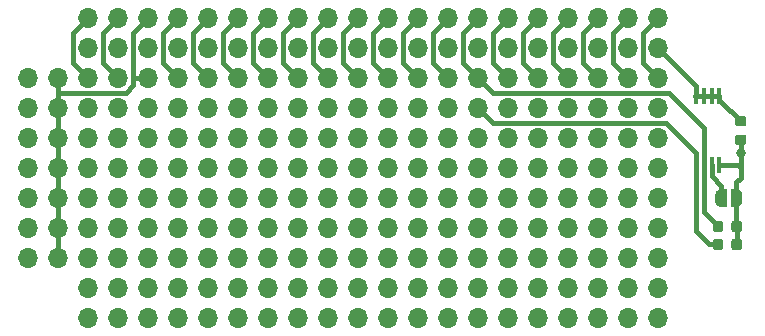
<source format=gtl>
G04 #@! TF.GenerationSoftware,KiCad,Pcbnew,5.0.2-bee76a0~70~ubuntu18.04.1*
G04 #@! TF.CreationDate,2019-03-02T20:55:38+01:00*
G04 #@! TF.ProjectId,rpi-zero-proto,7270692d-7a65-4726-9f2d-70726f746f2e,rev?*
G04 #@! TF.SameCoordinates,Original*
G04 #@! TF.FileFunction,Copper,L1,Top*
G04 #@! TF.FilePolarity,Positive*
%FSLAX46Y46*%
G04 Gerber Fmt 4.6, Leading zero omitted, Abs format (unit mm)*
G04 Created by KiCad (PCBNEW 5.0.2-bee76a0~70~ubuntu18.04.1) date sob, 2 mar 2019, 20:55:38*
%MOMM*%
%LPD*%
G01*
G04 APERTURE LIST*
G04 #@! TA.AperFunction,SMDPad,CuDef*
%ADD10R,0.450000X1.450000*%
G04 #@! TD*
G04 #@! TA.AperFunction,SMDPad,CuDef*
%ADD11C,0.500000*%
G04 #@! TD*
G04 #@! TA.AperFunction,Conductor*
%ADD12C,0.100000*%
G04 #@! TD*
G04 #@! TA.AperFunction,SMDPad,CuDef*
%ADD13C,0.875000*%
G04 #@! TD*
G04 #@! TA.AperFunction,ComponentPad*
%ADD14O,1.700000X1.700000*%
G04 #@! TD*
G04 #@! TA.AperFunction,ViaPad*
%ADD15C,0.800000*%
G04 #@! TD*
G04 #@! TA.AperFunction,Conductor*
%ADD16C,0.406400*%
G04 #@! TD*
G04 APERTURE END LIST*
D10*
G04 #@! TO.P,U1,1*
G04 #@! TO.N,GND-39*
X97876000Y-49755000D03*
G04 #@! TO.P,U1,2*
X97226000Y-49755000D03*
G04 #@! TO.P,U1,3*
X96576000Y-49755000D03*
G04 #@! TO.P,U1,4*
X95926000Y-49755000D03*
G04 #@! TO.P,U1,5*
G04 #@! TO.N,GPIO0*
X95926000Y-55655000D03*
G04 #@! TO.P,U1,6*
G04 #@! TO.N,GPIO1*
X96576000Y-55655000D03*
G04 #@! TO.P,U1,7*
G04 #@! TO.N,Net-(JP1-Pad1)*
X97226000Y-55655000D03*
G04 #@! TO.P,U1,8*
G04 #@! TO.N,3V3-17*
X97876000Y-55655000D03*
G04 #@! TD*
D11*
G04 #@! TO.P,JP1,1*
G04 #@! TO.N,Net-(JP1-Pad1)*
X98029000Y-58420000D03*
D12*
G04 #@! TD*
G04 #@! TO.N,Net-(JP1-Pad1)*
G04 #@! TO.C,JP1*
G36*
X98529000Y-59170000D02*
X98029000Y-59170000D01*
X98029000Y-59169398D01*
X98004466Y-59169398D01*
X97955635Y-59164588D01*
X97907510Y-59155016D01*
X97860555Y-59140772D01*
X97815222Y-59121995D01*
X97771949Y-59098864D01*
X97731150Y-59071604D01*
X97693221Y-59040476D01*
X97658524Y-59005779D01*
X97627396Y-58967850D01*
X97600136Y-58927051D01*
X97577005Y-58883778D01*
X97558228Y-58838445D01*
X97543984Y-58791490D01*
X97534412Y-58743365D01*
X97529602Y-58694534D01*
X97529602Y-58670000D01*
X97529000Y-58670000D01*
X97529000Y-58170000D01*
X97529602Y-58170000D01*
X97529602Y-58145466D01*
X97534412Y-58096635D01*
X97543984Y-58048510D01*
X97558228Y-58001555D01*
X97577005Y-57956222D01*
X97600136Y-57912949D01*
X97627396Y-57872150D01*
X97658524Y-57834221D01*
X97693221Y-57799524D01*
X97731150Y-57768396D01*
X97771949Y-57741136D01*
X97815222Y-57718005D01*
X97860555Y-57699228D01*
X97907510Y-57684984D01*
X97955635Y-57675412D01*
X98004466Y-57670602D01*
X98029000Y-57670602D01*
X98029000Y-57670000D01*
X98529000Y-57670000D01*
X98529000Y-59170000D01*
X98529000Y-59170000D01*
G37*
D11*
G04 #@! TO.P,JP1,2*
G04 #@! TO.N,3V3-17*
X99329000Y-58420000D03*
D12*
G04 #@! TD*
G04 #@! TO.N,3V3-17*
G04 #@! TO.C,JP1*
G36*
X99329000Y-57670602D02*
X99353534Y-57670602D01*
X99402365Y-57675412D01*
X99450490Y-57684984D01*
X99497445Y-57699228D01*
X99542778Y-57718005D01*
X99586051Y-57741136D01*
X99626850Y-57768396D01*
X99664779Y-57799524D01*
X99699476Y-57834221D01*
X99730604Y-57872150D01*
X99757864Y-57912949D01*
X99780995Y-57956222D01*
X99799772Y-58001555D01*
X99814016Y-58048510D01*
X99823588Y-58096635D01*
X99828398Y-58145466D01*
X99828398Y-58170000D01*
X99829000Y-58170000D01*
X99829000Y-58670000D01*
X99828398Y-58670000D01*
X99828398Y-58694534D01*
X99823588Y-58743365D01*
X99814016Y-58791490D01*
X99799772Y-58838445D01*
X99780995Y-58883778D01*
X99757864Y-58927051D01*
X99730604Y-58967850D01*
X99699476Y-59005779D01*
X99664779Y-59040476D01*
X99626850Y-59071604D01*
X99586051Y-59098864D01*
X99542778Y-59121995D01*
X99497445Y-59140772D01*
X99450490Y-59155016D01*
X99402365Y-59164588D01*
X99353534Y-59169398D01*
X99329000Y-59169398D01*
X99329000Y-59170000D01*
X98829000Y-59170000D01*
X98829000Y-57670000D01*
X99329000Y-57670000D01*
X99329000Y-57670602D01*
X99329000Y-57670602D01*
G37*
G04 #@! TO.N,3V3-17*
G04 #@! TO.C,C1*
G36*
X99972691Y-53056053D02*
X99993926Y-53059203D01*
X100014750Y-53064419D01*
X100034962Y-53071651D01*
X100054368Y-53080830D01*
X100072781Y-53091866D01*
X100090024Y-53104654D01*
X100105930Y-53119070D01*
X100120346Y-53134976D01*
X100133134Y-53152219D01*
X100144170Y-53170632D01*
X100153349Y-53190038D01*
X100160581Y-53210250D01*
X100165797Y-53231074D01*
X100168947Y-53252309D01*
X100170000Y-53273750D01*
X100170000Y-53711250D01*
X100168947Y-53732691D01*
X100165797Y-53753926D01*
X100160581Y-53774750D01*
X100153349Y-53794962D01*
X100144170Y-53814368D01*
X100133134Y-53832781D01*
X100120346Y-53850024D01*
X100105930Y-53865930D01*
X100090024Y-53880346D01*
X100072781Y-53893134D01*
X100054368Y-53904170D01*
X100034962Y-53913349D01*
X100014750Y-53920581D01*
X99993926Y-53925797D01*
X99972691Y-53928947D01*
X99951250Y-53930000D01*
X99438750Y-53930000D01*
X99417309Y-53928947D01*
X99396074Y-53925797D01*
X99375250Y-53920581D01*
X99355038Y-53913349D01*
X99335632Y-53904170D01*
X99317219Y-53893134D01*
X99299976Y-53880346D01*
X99284070Y-53865930D01*
X99269654Y-53850024D01*
X99256866Y-53832781D01*
X99245830Y-53814368D01*
X99236651Y-53794962D01*
X99229419Y-53774750D01*
X99224203Y-53753926D01*
X99221053Y-53732691D01*
X99220000Y-53711250D01*
X99220000Y-53273750D01*
X99221053Y-53252309D01*
X99224203Y-53231074D01*
X99229419Y-53210250D01*
X99236651Y-53190038D01*
X99245830Y-53170632D01*
X99256866Y-53152219D01*
X99269654Y-53134976D01*
X99284070Y-53119070D01*
X99299976Y-53104654D01*
X99317219Y-53091866D01*
X99335632Y-53080830D01*
X99355038Y-53071651D01*
X99375250Y-53064419D01*
X99396074Y-53059203D01*
X99417309Y-53056053D01*
X99438750Y-53055000D01*
X99951250Y-53055000D01*
X99972691Y-53056053D01*
X99972691Y-53056053D01*
G37*
D13*
G04 #@! TD*
G04 #@! TO.P,C1,1*
G04 #@! TO.N,3V3-17*
X99695000Y-53492500D03*
D12*
G04 #@! TO.N,GND-39*
G04 #@! TO.C,C1*
G36*
X99972691Y-51481053D02*
X99993926Y-51484203D01*
X100014750Y-51489419D01*
X100034962Y-51496651D01*
X100054368Y-51505830D01*
X100072781Y-51516866D01*
X100090024Y-51529654D01*
X100105930Y-51544070D01*
X100120346Y-51559976D01*
X100133134Y-51577219D01*
X100144170Y-51595632D01*
X100153349Y-51615038D01*
X100160581Y-51635250D01*
X100165797Y-51656074D01*
X100168947Y-51677309D01*
X100170000Y-51698750D01*
X100170000Y-52136250D01*
X100168947Y-52157691D01*
X100165797Y-52178926D01*
X100160581Y-52199750D01*
X100153349Y-52219962D01*
X100144170Y-52239368D01*
X100133134Y-52257781D01*
X100120346Y-52275024D01*
X100105930Y-52290930D01*
X100090024Y-52305346D01*
X100072781Y-52318134D01*
X100054368Y-52329170D01*
X100034962Y-52338349D01*
X100014750Y-52345581D01*
X99993926Y-52350797D01*
X99972691Y-52353947D01*
X99951250Y-52355000D01*
X99438750Y-52355000D01*
X99417309Y-52353947D01*
X99396074Y-52350797D01*
X99375250Y-52345581D01*
X99355038Y-52338349D01*
X99335632Y-52329170D01*
X99317219Y-52318134D01*
X99299976Y-52305346D01*
X99284070Y-52290930D01*
X99269654Y-52275024D01*
X99256866Y-52257781D01*
X99245830Y-52239368D01*
X99236651Y-52219962D01*
X99229419Y-52199750D01*
X99224203Y-52178926D01*
X99221053Y-52157691D01*
X99220000Y-52136250D01*
X99220000Y-51698750D01*
X99221053Y-51677309D01*
X99224203Y-51656074D01*
X99229419Y-51635250D01*
X99236651Y-51615038D01*
X99245830Y-51595632D01*
X99256866Y-51577219D01*
X99269654Y-51559976D01*
X99284070Y-51544070D01*
X99299976Y-51529654D01*
X99317219Y-51516866D01*
X99335632Y-51505830D01*
X99355038Y-51496651D01*
X99375250Y-51489419D01*
X99396074Y-51484203D01*
X99417309Y-51481053D01*
X99438750Y-51480000D01*
X99951250Y-51480000D01*
X99972691Y-51481053D01*
X99972691Y-51481053D01*
G37*
D13*
G04 #@! TD*
G04 #@! TO.P,C1,2*
G04 #@! TO.N,GND-39*
X99695000Y-51917500D03*
D12*
G04 #@! TO.N,3V3-17*
G04 #@! TO.C,R1*
G36*
X99579691Y-61883053D02*
X99600926Y-61886203D01*
X99621750Y-61891419D01*
X99641962Y-61898651D01*
X99661368Y-61907830D01*
X99679781Y-61918866D01*
X99697024Y-61931654D01*
X99712930Y-61946070D01*
X99727346Y-61961976D01*
X99740134Y-61979219D01*
X99751170Y-61997632D01*
X99760349Y-62017038D01*
X99767581Y-62037250D01*
X99772797Y-62058074D01*
X99775947Y-62079309D01*
X99777000Y-62100750D01*
X99777000Y-62613250D01*
X99775947Y-62634691D01*
X99772797Y-62655926D01*
X99767581Y-62676750D01*
X99760349Y-62696962D01*
X99751170Y-62716368D01*
X99740134Y-62734781D01*
X99727346Y-62752024D01*
X99712930Y-62767930D01*
X99697024Y-62782346D01*
X99679781Y-62795134D01*
X99661368Y-62806170D01*
X99641962Y-62815349D01*
X99621750Y-62822581D01*
X99600926Y-62827797D01*
X99579691Y-62830947D01*
X99558250Y-62832000D01*
X99120750Y-62832000D01*
X99099309Y-62830947D01*
X99078074Y-62827797D01*
X99057250Y-62822581D01*
X99037038Y-62815349D01*
X99017632Y-62806170D01*
X98999219Y-62795134D01*
X98981976Y-62782346D01*
X98966070Y-62767930D01*
X98951654Y-62752024D01*
X98938866Y-62734781D01*
X98927830Y-62716368D01*
X98918651Y-62696962D01*
X98911419Y-62676750D01*
X98906203Y-62655926D01*
X98903053Y-62634691D01*
X98902000Y-62613250D01*
X98902000Y-62100750D01*
X98903053Y-62079309D01*
X98906203Y-62058074D01*
X98911419Y-62037250D01*
X98918651Y-62017038D01*
X98927830Y-61997632D01*
X98938866Y-61979219D01*
X98951654Y-61961976D01*
X98966070Y-61946070D01*
X98981976Y-61931654D01*
X98999219Y-61918866D01*
X99017632Y-61907830D01*
X99037038Y-61898651D01*
X99057250Y-61891419D01*
X99078074Y-61886203D01*
X99099309Y-61883053D01*
X99120750Y-61882000D01*
X99558250Y-61882000D01*
X99579691Y-61883053D01*
X99579691Y-61883053D01*
G37*
D13*
G04 #@! TD*
G04 #@! TO.P,R1,1*
G04 #@! TO.N,3V3-17*
X99339500Y-62357000D03*
D12*
G04 #@! TO.N,GPIO0*
G04 #@! TO.C,R1*
G36*
X98004691Y-61883053D02*
X98025926Y-61886203D01*
X98046750Y-61891419D01*
X98066962Y-61898651D01*
X98086368Y-61907830D01*
X98104781Y-61918866D01*
X98122024Y-61931654D01*
X98137930Y-61946070D01*
X98152346Y-61961976D01*
X98165134Y-61979219D01*
X98176170Y-61997632D01*
X98185349Y-62017038D01*
X98192581Y-62037250D01*
X98197797Y-62058074D01*
X98200947Y-62079309D01*
X98202000Y-62100750D01*
X98202000Y-62613250D01*
X98200947Y-62634691D01*
X98197797Y-62655926D01*
X98192581Y-62676750D01*
X98185349Y-62696962D01*
X98176170Y-62716368D01*
X98165134Y-62734781D01*
X98152346Y-62752024D01*
X98137930Y-62767930D01*
X98122024Y-62782346D01*
X98104781Y-62795134D01*
X98086368Y-62806170D01*
X98066962Y-62815349D01*
X98046750Y-62822581D01*
X98025926Y-62827797D01*
X98004691Y-62830947D01*
X97983250Y-62832000D01*
X97545750Y-62832000D01*
X97524309Y-62830947D01*
X97503074Y-62827797D01*
X97482250Y-62822581D01*
X97462038Y-62815349D01*
X97442632Y-62806170D01*
X97424219Y-62795134D01*
X97406976Y-62782346D01*
X97391070Y-62767930D01*
X97376654Y-62752024D01*
X97363866Y-62734781D01*
X97352830Y-62716368D01*
X97343651Y-62696962D01*
X97336419Y-62676750D01*
X97331203Y-62655926D01*
X97328053Y-62634691D01*
X97327000Y-62613250D01*
X97327000Y-62100750D01*
X97328053Y-62079309D01*
X97331203Y-62058074D01*
X97336419Y-62037250D01*
X97343651Y-62017038D01*
X97352830Y-61997632D01*
X97363866Y-61979219D01*
X97376654Y-61961976D01*
X97391070Y-61946070D01*
X97406976Y-61931654D01*
X97424219Y-61918866D01*
X97442632Y-61907830D01*
X97462038Y-61898651D01*
X97482250Y-61891419D01*
X97503074Y-61886203D01*
X97524309Y-61883053D01*
X97545750Y-61882000D01*
X97983250Y-61882000D01*
X98004691Y-61883053D01*
X98004691Y-61883053D01*
G37*
D13*
G04 #@! TD*
G04 #@! TO.P,R1,2*
G04 #@! TO.N,GPIO0*
X97764500Y-62357000D03*
D12*
G04 #@! TO.N,GPIO1*
G04 #@! TO.C,R2*
G36*
X98004691Y-60359053D02*
X98025926Y-60362203D01*
X98046750Y-60367419D01*
X98066962Y-60374651D01*
X98086368Y-60383830D01*
X98104781Y-60394866D01*
X98122024Y-60407654D01*
X98137930Y-60422070D01*
X98152346Y-60437976D01*
X98165134Y-60455219D01*
X98176170Y-60473632D01*
X98185349Y-60493038D01*
X98192581Y-60513250D01*
X98197797Y-60534074D01*
X98200947Y-60555309D01*
X98202000Y-60576750D01*
X98202000Y-61089250D01*
X98200947Y-61110691D01*
X98197797Y-61131926D01*
X98192581Y-61152750D01*
X98185349Y-61172962D01*
X98176170Y-61192368D01*
X98165134Y-61210781D01*
X98152346Y-61228024D01*
X98137930Y-61243930D01*
X98122024Y-61258346D01*
X98104781Y-61271134D01*
X98086368Y-61282170D01*
X98066962Y-61291349D01*
X98046750Y-61298581D01*
X98025926Y-61303797D01*
X98004691Y-61306947D01*
X97983250Y-61308000D01*
X97545750Y-61308000D01*
X97524309Y-61306947D01*
X97503074Y-61303797D01*
X97482250Y-61298581D01*
X97462038Y-61291349D01*
X97442632Y-61282170D01*
X97424219Y-61271134D01*
X97406976Y-61258346D01*
X97391070Y-61243930D01*
X97376654Y-61228024D01*
X97363866Y-61210781D01*
X97352830Y-61192368D01*
X97343651Y-61172962D01*
X97336419Y-61152750D01*
X97331203Y-61131926D01*
X97328053Y-61110691D01*
X97327000Y-61089250D01*
X97327000Y-60576750D01*
X97328053Y-60555309D01*
X97331203Y-60534074D01*
X97336419Y-60513250D01*
X97343651Y-60493038D01*
X97352830Y-60473632D01*
X97363866Y-60455219D01*
X97376654Y-60437976D01*
X97391070Y-60422070D01*
X97406976Y-60407654D01*
X97424219Y-60394866D01*
X97442632Y-60383830D01*
X97462038Y-60374651D01*
X97482250Y-60367419D01*
X97503074Y-60362203D01*
X97524309Y-60359053D01*
X97545750Y-60358000D01*
X97983250Y-60358000D01*
X98004691Y-60359053D01*
X98004691Y-60359053D01*
G37*
D13*
G04 #@! TD*
G04 #@! TO.P,R2,2*
G04 #@! TO.N,GPIO1*
X97764500Y-60833000D03*
D12*
G04 #@! TO.N,3V3-17*
G04 #@! TO.C,R2*
G36*
X99579691Y-60359053D02*
X99600926Y-60362203D01*
X99621750Y-60367419D01*
X99641962Y-60374651D01*
X99661368Y-60383830D01*
X99679781Y-60394866D01*
X99697024Y-60407654D01*
X99712930Y-60422070D01*
X99727346Y-60437976D01*
X99740134Y-60455219D01*
X99751170Y-60473632D01*
X99760349Y-60493038D01*
X99767581Y-60513250D01*
X99772797Y-60534074D01*
X99775947Y-60555309D01*
X99777000Y-60576750D01*
X99777000Y-61089250D01*
X99775947Y-61110691D01*
X99772797Y-61131926D01*
X99767581Y-61152750D01*
X99760349Y-61172962D01*
X99751170Y-61192368D01*
X99740134Y-61210781D01*
X99727346Y-61228024D01*
X99712930Y-61243930D01*
X99697024Y-61258346D01*
X99679781Y-61271134D01*
X99661368Y-61282170D01*
X99641962Y-61291349D01*
X99621750Y-61298581D01*
X99600926Y-61303797D01*
X99579691Y-61306947D01*
X99558250Y-61308000D01*
X99120750Y-61308000D01*
X99099309Y-61306947D01*
X99078074Y-61303797D01*
X99057250Y-61298581D01*
X99037038Y-61291349D01*
X99017632Y-61282170D01*
X98999219Y-61271134D01*
X98981976Y-61258346D01*
X98966070Y-61243930D01*
X98951654Y-61228024D01*
X98938866Y-61210781D01*
X98927830Y-61192368D01*
X98918651Y-61172962D01*
X98911419Y-61152750D01*
X98906203Y-61131926D01*
X98903053Y-61110691D01*
X98902000Y-61089250D01*
X98902000Y-60576750D01*
X98903053Y-60555309D01*
X98906203Y-60534074D01*
X98911419Y-60513250D01*
X98918651Y-60493038D01*
X98927830Y-60473632D01*
X98938866Y-60455219D01*
X98951654Y-60437976D01*
X98966070Y-60422070D01*
X98981976Y-60407654D01*
X98999219Y-60394866D01*
X99017632Y-60383830D01*
X99037038Y-60374651D01*
X99057250Y-60367419D01*
X99078074Y-60362203D01*
X99099309Y-60359053D01*
X99120750Y-60358000D01*
X99558250Y-60358000D01*
X99579691Y-60359053D01*
X99579691Y-60359053D01*
G37*
D13*
G04 #@! TD*
G04 #@! TO.P,R2,1*
G04 #@! TO.N,3V3-17*
X99339500Y-60833000D03*
D14*
G04 #@! TO.P,J3,40*
G04 #@! TO.N,Net-(J3-Pad40)*
X92710000Y-53340000D03*
G04 #@! TO.P,J3,39*
G04 #@! TO.N,Net-(J3-Pad39)*
X92710000Y-55880000D03*
G04 #@! TO.P,J3,38*
G04 #@! TO.N,Net-(J3-Pad38)*
X90170000Y-53340000D03*
G04 #@! TO.P,J3,37*
G04 #@! TO.N,Net-(J3-Pad37)*
X90170000Y-55880000D03*
G04 #@! TO.P,J3,36*
G04 #@! TO.N,Net-(J3-Pad36)*
X87630000Y-53340000D03*
G04 #@! TO.P,J3,35*
G04 #@! TO.N,Net-(J3-Pad35)*
X87630000Y-55880000D03*
G04 #@! TO.P,J3,34*
G04 #@! TO.N,Net-(J3-Pad34)*
X85090000Y-53340000D03*
G04 #@! TO.P,J3,33*
G04 #@! TO.N,Net-(J3-Pad33)*
X85090000Y-55880000D03*
G04 #@! TO.P,J3,32*
G04 #@! TO.N,Net-(J3-Pad32)*
X82550000Y-53340000D03*
G04 #@! TO.P,J3,31*
G04 #@! TO.N,Net-(J3-Pad31)*
X82550000Y-55880000D03*
G04 #@! TO.P,J3,30*
G04 #@! TO.N,Net-(J3-Pad30)*
X80010000Y-53340000D03*
G04 #@! TO.P,J3,29*
G04 #@! TO.N,Net-(J3-Pad29)*
X80010000Y-55880000D03*
G04 #@! TO.P,J3,28*
G04 #@! TO.N,Net-(J3-Pad28)*
X77470000Y-53340000D03*
G04 #@! TO.P,J3,27*
G04 #@! TO.N,Net-(J3-Pad27)*
X77470000Y-55880000D03*
G04 #@! TO.P,J3,26*
G04 #@! TO.N,Net-(J3-Pad26)*
X74930000Y-53340000D03*
G04 #@! TO.P,J3,25*
G04 #@! TO.N,Net-(J3-Pad25)*
X74930000Y-55880000D03*
G04 #@! TO.P,J3,24*
G04 #@! TO.N,Net-(J3-Pad24)*
X72390000Y-53340000D03*
G04 #@! TO.P,J3,23*
G04 #@! TO.N,Net-(J3-Pad23)*
X72390000Y-55880000D03*
G04 #@! TO.P,J3,22*
G04 #@! TO.N,Net-(J3-Pad22)*
X69850000Y-53340000D03*
G04 #@! TO.P,J3,21*
G04 #@! TO.N,Net-(J3-Pad21)*
X69850000Y-55880000D03*
G04 #@! TO.P,J3,20*
G04 #@! TO.N,Net-(J3-Pad20)*
X67310000Y-53340000D03*
G04 #@! TO.P,J3,19*
G04 #@! TO.N,Net-(J3-Pad19)*
X67310000Y-55880000D03*
G04 #@! TO.P,J3,18*
G04 #@! TO.N,Net-(J3-Pad18)*
X64770000Y-53340000D03*
G04 #@! TO.P,J3,17*
G04 #@! TO.N,Net-(J3-Pad17)*
X64770000Y-55880000D03*
G04 #@! TO.P,J3,16*
G04 #@! TO.N,Net-(J3-Pad16)*
X62230000Y-53340000D03*
G04 #@! TO.P,J3,15*
G04 #@! TO.N,Net-(J3-Pad15)*
X62230000Y-55880000D03*
G04 #@! TO.P,J3,14*
G04 #@! TO.N,Net-(J3-Pad14)*
X59690000Y-53340000D03*
G04 #@! TO.P,J3,13*
G04 #@! TO.N,Net-(J3-Pad13)*
X59690000Y-55880000D03*
G04 #@! TO.P,J3,12*
G04 #@! TO.N,Net-(J3-Pad12)*
X57150000Y-53340000D03*
G04 #@! TO.P,J3,11*
G04 #@! TO.N,Net-(J3-Pad11)*
X57150000Y-55880000D03*
G04 #@! TO.P,J3,10*
G04 #@! TO.N,Net-(J3-Pad10)*
X54610000Y-53340000D03*
G04 #@! TO.P,J3,9*
G04 #@! TO.N,Net-(J3-Pad9)*
X54610000Y-55880000D03*
G04 #@! TO.P,J3,8*
G04 #@! TO.N,Net-(J3-Pad8)*
X52070000Y-53340000D03*
G04 #@! TO.P,J3,7*
G04 #@! TO.N,Net-(J3-Pad7)*
X52070000Y-55880000D03*
G04 #@! TO.P,J3,6*
G04 #@! TO.N,Net-(J3-Pad6)*
X49530000Y-53340000D03*
G04 #@! TO.P,J3,5*
G04 #@! TO.N,Net-(J3-Pad5)*
X49530000Y-55880000D03*
G04 #@! TO.P,J3,4*
G04 #@! TO.N,Net-(J3-Pad4)*
X46990000Y-53340000D03*
G04 #@! TO.P,J3,3*
G04 #@! TO.N,Net-(J3-Pad3)*
X46990000Y-55880000D03*
G04 #@! TO.P,J3,2*
G04 #@! TO.N,Net-(J3-Pad2)*
X44450000Y-53340000D03*
G04 #@! TO.P,J3,1*
G04 #@! TO.N,Net-(J3-Pad1)*
X44450000Y-55880000D03*
G04 #@! TD*
G04 #@! TO.P,J4,1*
G04 #@! TO.N,Net-(J4-Pad1)*
X44450000Y-60960000D03*
G04 #@! TO.P,J4,2*
G04 #@! TO.N,Net-(J4-Pad2)*
X44450000Y-58420000D03*
G04 #@! TO.P,J4,3*
G04 #@! TO.N,Net-(J4-Pad3)*
X46990000Y-60960000D03*
G04 #@! TO.P,J4,4*
G04 #@! TO.N,Net-(J4-Pad4)*
X46990000Y-58420000D03*
G04 #@! TO.P,J4,5*
G04 #@! TO.N,Net-(J4-Pad5)*
X49530000Y-60960000D03*
G04 #@! TO.P,J4,6*
G04 #@! TO.N,Net-(J4-Pad6)*
X49530000Y-58420000D03*
G04 #@! TO.P,J4,7*
G04 #@! TO.N,Net-(J4-Pad7)*
X52070000Y-60960000D03*
G04 #@! TO.P,J4,8*
G04 #@! TO.N,Net-(J4-Pad8)*
X52070000Y-58420000D03*
G04 #@! TO.P,J4,9*
G04 #@! TO.N,Net-(J4-Pad9)*
X54610000Y-60960000D03*
G04 #@! TO.P,J4,10*
G04 #@! TO.N,Net-(J4-Pad10)*
X54610000Y-58420000D03*
G04 #@! TO.P,J4,11*
G04 #@! TO.N,Net-(J4-Pad11)*
X57150000Y-60960000D03*
G04 #@! TO.P,J4,12*
G04 #@! TO.N,Net-(J4-Pad12)*
X57150000Y-58420000D03*
G04 #@! TO.P,J4,13*
G04 #@! TO.N,Net-(J4-Pad13)*
X59690000Y-60960000D03*
G04 #@! TO.P,J4,14*
G04 #@! TO.N,Net-(J4-Pad14)*
X59690000Y-58420000D03*
G04 #@! TO.P,J4,15*
G04 #@! TO.N,Net-(J4-Pad15)*
X62230000Y-60960000D03*
G04 #@! TO.P,J4,16*
G04 #@! TO.N,Net-(J4-Pad16)*
X62230000Y-58420000D03*
G04 #@! TO.P,J4,17*
G04 #@! TO.N,Net-(J4-Pad17)*
X64770000Y-60960000D03*
G04 #@! TO.P,J4,18*
G04 #@! TO.N,Net-(J4-Pad18)*
X64770000Y-58420000D03*
G04 #@! TO.P,J4,19*
G04 #@! TO.N,Net-(J4-Pad19)*
X67310000Y-60960000D03*
G04 #@! TO.P,J4,20*
G04 #@! TO.N,Net-(J4-Pad20)*
X67310000Y-58420000D03*
G04 #@! TO.P,J4,21*
G04 #@! TO.N,Net-(J4-Pad21)*
X69850000Y-60960000D03*
G04 #@! TO.P,J4,22*
G04 #@! TO.N,Net-(J4-Pad22)*
X69850000Y-58420000D03*
G04 #@! TO.P,J4,23*
G04 #@! TO.N,Net-(J4-Pad23)*
X72390000Y-60960000D03*
G04 #@! TO.P,J4,24*
G04 #@! TO.N,Net-(J4-Pad24)*
X72390000Y-58420000D03*
G04 #@! TO.P,J4,25*
G04 #@! TO.N,Net-(J4-Pad25)*
X74930000Y-60960000D03*
G04 #@! TO.P,J4,26*
G04 #@! TO.N,Net-(J4-Pad26)*
X74930000Y-58420000D03*
G04 #@! TO.P,J4,27*
G04 #@! TO.N,Net-(J4-Pad27)*
X77470000Y-60960000D03*
G04 #@! TO.P,J4,28*
G04 #@! TO.N,Net-(J4-Pad28)*
X77470000Y-58420000D03*
G04 #@! TO.P,J4,29*
G04 #@! TO.N,Net-(J4-Pad29)*
X80010000Y-60960000D03*
G04 #@! TO.P,J4,30*
G04 #@! TO.N,Net-(J4-Pad30)*
X80010000Y-58420000D03*
G04 #@! TO.P,J4,31*
G04 #@! TO.N,Net-(J4-Pad31)*
X82550000Y-60960000D03*
G04 #@! TO.P,J4,32*
G04 #@! TO.N,Net-(J4-Pad32)*
X82550000Y-58420000D03*
G04 #@! TO.P,J4,33*
G04 #@! TO.N,Net-(J4-Pad33)*
X85090000Y-60960000D03*
G04 #@! TO.P,J4,34*
G04 #@! TO.N,Net-(J4-Pad34)*
X85090000Y-58420000D03*
G04 #@! TO.P,J4,35*
G04 #@! TO.N,Net-(J4-Pad35)*
X87630000Y-60960000D03*
G04 #@! TO.P,J4,36*
G04 #@! TO.N,Net-(J4-Pad36)*
X87630000Y-58420000D03*
G04 #@! TO.P,J4,37*
G04 #@! TO.N,Net-(J4-Pad37)*
X90170000Y-60960000D03*
G04 #@! TO.P,J4,38*
G04 #@! TO.N,Net-(J4-Pad38)*
X90170000Y-58420000D03*
G04 #@! TO.P,J4,39*
G04 #@! TO.N,Net-(J4-Pad39)*
X92710000Y-60960000D03*
G04 #@! TO.P,J4,40*
G04 #@! TO.N,Net-(J4-Pad40)*
X92710000Y-58420000D03*
G04 #@! TD*
G04 #@! TO.P,J5,40*
G04 #@! TO.N,Net-(J5-Pad40)*
X92710000Y-63500000D03*
G04 #@! TO.P,J5,39*
G04 #@! TO.N,Net-(J5-Pad39)*
X92710000Y-66040000D03*
G04 #@! TO.P,J5,38*
G04 #@! TO.N,Net-(J5-Pad38)*
X90170000Y-63500000D03*
G04 #@! TO.P,J5,37*
G04 #@! TO.N,Net-(J5-Pad37)*
X90170000Y-66040000D03*
G04 #@! TO.P,J5,36*
G04 #@! TO.N,Net-(J5-Pad36)*
X87630000Y-63500000D03*
G04 #@! TO.P,J5,35*
G04 #@! TO.N,Net-(J5-Pad35)*
X87630000Y-66040000D03*
G04 #@! TO.P,J5,34*
G04 #@! TO.N,Net-(J5-Pad34)*
X85090000Y-63500000D03*
G04 #@! TO.P,J5,33*
G04 #@! TO.N,Net-(J5-Pad33)*
X85090000Y-66040000D03*
G04 #@! TO.P,J5,32*
G04 #@! TO.N,Net-(J5-Pad32)*
X82550000Y-63500000D03*
G04 #@! TO.P,J5,31*
G04 #@! TO.N,Net-(J5-Pad31)*
X82550000Y-66040000D03*
G04 #@! TO.P,J5,30*
G04 #@! TO.N,Net-(J5-Pad30)*
X80010000Y-63500000D03*
G04 #@! TO.P,J5,29*
G04 #@! TO.N,Net-(J5-Pad29)*
X80010000Y-66040000D03*
G04 #@! TO.P,J5,28*
G04 #@! TO.N,Net-(J5-Pad28)*
X77470000Y-63500000D03*
G04 #@! TO.P,J5,27*
G04 #@! TO.N,Net-(J5-Pad27)*
X77470000Y-66040000D03*
G04 #@! TO.P,J5,26*
G04 #@! TO.N,Net-(J5-Pad26)*
X74930000Y-63500000D03*
G04 #@! TO.P,J5,25*
G04 #@! TO.N,Net-(J5-Pad25)*
X74930000Y-66040000D03*
G04 #@! TO.P,J5,24*
G04 #@! TO.N,Net-(J5-Pad24)*
X72390000Y-63500000D03*
G04 #@! TO.P,J5,23*
G04 #@! TO.N,Net-(J5-Pad23)*
X72390000Y-66040000D03*
G04 #@! TO.P,J5,22*
G04 #@! TO.N,Net-(J5-Pad22)*
X69850000Y-63500000D03*
G04 #@! TO.P,J5,21*
G04 #@! TO.N,Net-(J5-Pad21)*
X69850000Y-66040000D03*
G04 #@! TO.P,J5,20*
G04 #@! TO.N,Net-(J5-Pad20)*
X67310000Y-63500000D03*
G04 #@! TO.P,J5,19*
G04 #@! TO.N,Net-(J5-Pad19)*
X67310000Y-66040000D03*
G04 #@! TO.P,J5,18*
G04 #@! TO.N,Net-(J5-Pad18)*
X64770000Y-63500000D03*
G04 #@! TO.P,J5,17*
G04 #@! TO.N,Net-(J5-Pad17)*
X64770000Y-66040000D03*
G04 #@! TO.P,J5,16*
G04 #@! TO.N,Net-(J5-Pad16)*
X62230000Y-63500000D03*
G04 #@! TO.P,J5,15*
G04 #@! TO.N,Net-(J5-Pad15)*
X62230000Y-66040000D03*
G04 #@! TO.P,J5,14*
G04 #@! TO.N,Net-(J5-Pad14)*
X59690000Y-63500000D03*
G04 #@! TO.P,J5,13*
G04 #@! TO.N,Net-(J5-Pad13)*
X59690000Y-66040000D03*
G04 #@! TO.P,J5,12*
G04 #@! TO.N,Net-(J5-Pad12)*
X57150000Y-63500000D03*
G04 #@! TO.P,J5,11*
G04 #@! TO.N,Net-(J5-Pad11)*
X57150000Y-66040000D03*
G04 #@! TO.P,J5,10*
G04 #@! TO.N,Net-(J5-Pad10)*
X54610000Y-63500000D03*
G04 #@! TO.P,J5,9*
G04 #@! TO.N,Net-(J5-Pad9)*
X54610000Y-66040000D03*
G04 #@! TO.P,J5,8*
G04 #@! TO.N,Net-(J5-Pad8)*
X52070000Y-63500000D03*
G04 #@! TO.P,J5,7*
G04 #@! TO.N,Net-(J5-Pad7)*
X52070000Y-66040000D03*
G04 #@! TO.P,J5,6*
G04 #@! TO.N,Net-(J5-Pad6)*
X49530000Y-63500000D03*
G04 #@! TO.P,J5,5*
G04 #@! TO.N,Net-(J5-Pad5)*
X49530000Y-66040000D03*
G04 #@! TO.P,J5,4*
G04 #@! TO.N,Net-(J5-Pad4)*
X46990000Y-63500000D03*
G04 #@! TO.P,J5,3*
G04 #@! TO.N,Net-(J5-Pad3)*
X46990000Y-66040000D03*
G04 #@! TO.P,J5,2*
G04 #@! TO.N,Net-(J5-Pad2)*
X44450000Y-63500000D03*
G04 #@! TO.P,J5,1*
G04 #@! TO.N,Net-(J5-Pad1)*
X44450000Y-66040000D03*
G04 #@! TD*
G04 #@! TO.P,J6,20*
G04 #@! TO.N,Net-(J6-Pad20)*
X92710000Y-68580000D03*
G04 #@! TO.P,J6,19*
G04 #@! TO.N,Net-(J6-Pad19)*
X90170000Y-68580000D03*
G04 #@! TO.P,J6,18*
G04 #@! TO.N,Net-(J6-Pad18)*
X87630000Y-68580000D03*
G04 #@! TO.P,J6,17*
G04 #@! TO.N,Net-(J6-Pad17)*
X85090000Y-68580000D03*
G04 #@! TO.P,J6,16*
G04 #@! TO.N,Net-(J6-Pad16)*
X82550000Y-68580000D03*
G04 #@! TO.P,J6,15*
G04 #@! TO.N,Net-(J6-Pad15)*
X80010000Y-68580000D03*
G04 #@! TO.P,J6,14*
G04 #@! TO.N,Net-(J6-Pad14)*
X77470000Y-68580000D03*
G04 #@! TO.P,J6,13*
G04 #@! TO.N,Net-(J6-Pad13)*
X74930000Y-68580000D03*
G04 #@! TO.P,J6,12*
G04 #@! TO.N,Net-(J6-Pad12)*
X72390000Y-68580000D03*
G04 #@! TO.P,J6,11*
G04 #@! TO.N,Net-(J6-Pad11)*
X69850000Y-68580000D03*
G04 #@! TO.P,J6,10*
G04 #@! TO.N,Net-(J6-Pad10)*
X67310000Y-68580000D03*
G04 #@! TO.P,J6,9*
G04 #@! TO.N,Net-(J6-Pad9)*
X64770000Y-68580000D03*
G04 #@! TO.P,J6,8*
G04 #@! TO.N,Net-(J6-Pad8)*
X62230000Y-68580000D03*
G04 #@! TO.P,J6,7*
G04 #@! TO.N,Net-(J6-Pad7)*
X59690000Y-68580000D03*
G04 #@! TO.P,J6,6*
G04 #@! TO.N,Net-(J6-Pad6)*
X57150000Y-68580000D03*
G04 #@! TO.P,J6,5*
G04 #@! TO.N,Net-(J6-Pad5)*
X54610000Y-68580000D03*
G04 #@! TO.P,J6,4*
G04 #@! TO.N,Net-(J6-Pad4)*
X52070000Y-68580000D03*
G04 #@! TO.P,J6,3*
G04 #@! TO.N,Net-(J6-Pad3)*
X49530000Y-68580000D03*
G04 #@! TO.P,J6,2*
G04 #@! TO.N,Net-(J6-Pad2)*
X46990000Y-68580000D03*
G04 #@! TO.P,J6,1*
G04 #@! TO.N,Net-(J6-Pad1)*
X44450000Y-68580000D03*
G04 #@! TD*
G04 #@! TO.P,J7,1*
G04 #@! TO.N,3V3-1*
X39370000Y-48260000D03*
G04 #@! TO.P,J7,2*
X39370000Y-50800000D03*
G04 #@! TO.P,J7,3*
X39370000Y-53340000D03*
G04 #@! TO.P,J7,4*
X39370000Y-55880000D03*
G04 #@! TO.P,J7,5*
X39370000Y-58420000D03*
G04 #@! TO.P,J7,6*
X39370000Y-60960000D03*
G04 #@! TO.P,J7,7*
X39370000Y-63500000D03*
G04 #@! TD*
G04 #@! TO.P,J8,7*
G04 #@! TO.N,GND-6*
X41910000Y-63500000D03*
G04 #@! TO.P,J8,6*
X41910000Y-60960000D03*
G04 #@! TO.P,J8,5*
X41910000Y-58420000D03*
G04 #@! TO.P,J8,4*
X41910000Y-55880000D03*
G04 #@! TO.P,J8,3*
X41910000Y-53340000D03*
G04 #@! TO.P,J8,2*
X41910000Y-50800000D03*
G04 #@! TO.P,J8,1*
X41910000Y-48260000D03*
G04 #@! TD*
G04 #@! TO.P,J2,40*
G04 #@! TO.N,GPIO21*
X92710000Y-48260000D03*
G04 #@! TO.P,J2,39*
G04 #@! TO.N,GND-39*
X92710000Y-50800000D03*
G04 #@! TO.P,J2,38*
G04 #@! TO.N,GPIO20*
X90170000Y-48260000D03*
G04 #@! TO.P,J2,37*
G04 #@! TO.N,GPIO26*
X90170000Y-50800000D03*
G04 #@! TO.P,J2,36*
G04 #@! TO.N,GPIO16*
X87630000Y-48260000D03*
G04 #@! TO.P,J2,35*
G04 #@! TO.N,GPIO19*
X87630000Y-50800000D03*
G04 #@! TO.P,J2,34*
G04 #@! TO.N,GND-34*
X85090000Y-48260000D03*
G04 #@! TO.P,J2,33*
G04 #@! TO.N,GPIO13*
X85090000Y-50800000D03*
G04 #@! TO.P,J2,32*
G04 #@! TO.N,GPIO12*
X82550000Y-48260000D03*
G04 #@! TO.P,J2,31*
G04 #@! TO.N,GPIO6*
X82550000Y-50800000D03*
G04 #@! TO.P,J2,30*
G04 #@! TO.N,GND-30*
X80010000Y-48260000D03*
G04 #@! TO.P,J2,29*
G04 #@! TO.N,GPIO5*
X80010000Y-50800000D03*
G04 #@! TO.P,J2,28*
G04 #@! TO.N,GPIO1*
X77470000Y-48260000D03*
G04 #@! TO.P,J2,27*
G04 #@! TO.N,GPIO0*
X77470000Y-50800000D03*
G04 #@! TO.P,J2,26*
G04 #@! TO.N,GPIO7*
X74930000Y-48260000D03*
G04 #@! TO.P,J2,25*
G04 #@! TO.N,GND-25*
X74930000Y-50800000D03*
G04 #@! TO.P,J2,24*
G04 #@! TO.N,GPIO8*
X72390000Y-48260000D03*
G04 #@! TO.P,J2,23*
G04 #@! TO.N,GPIO11*
X72390000Y-50800000D03*
G04 #@! TO.P,J2,22*
G04 #@! TO.N,GPIO25*
X69850000Y-48260000D03*
G04 #@! TO.P,J2,21*
G04 #@! TO.N,GPIO9*
X69850000Y-50800000D03*
G04 #@! TO.P,J2,20*
G04 #@! TO.N,GND-20*
X67310000Y-48260000D03*
G04 #@! TO.P,J2,19*
G04 #@! TO.N,GPIO10*
X67310000Y-50800000D03*
G04 #@! TO.P,J2,18*
G04 #@! TO.N,GPIO24*
X64770000Y-48260000D03*
G04 #@! TO.P,J2,17*
G04 #@! TO.N,3V3-17*
X64770000Y-50800000D03*
G04 #@! TO.P,J2,16*
G04 #@! TO.N,GPIO23*
X62230000Y-48260000D03*
G04 #@! TO.P,J2,15*
G04 #@! TO.N,GPIO22*
X62230000Y-50800000D03*
G04 #@! TO.P,J2,14*
G04 #@! TO.N,GND-14*
X59690000Y-48260000D03*
G04 #@! TO.P,J2,13*
G04 #@! TO.N,GPIO27*
X59690000Y-50800000D03*
G04 #@! TO.P,J2,12*
G04 #@! TO.N,GPIO18*
X57150000Y-48260000D03*
G04 #@! TO.P,J2,11*
G04 #@! TO.N,GPIO17*
X57150000Y-50800000D03*
G04 #@! TO.P,J2,10*
G04 #@! TO.N,GPIO15*
X54610000Y-48260000D03*
G04 #@! TO.P,J2,9*
G04 #@! TO.N,GND-9*
X54610000Y-50800000D03*
G04 #@! TO.P,J2,8*
G04 #@! TO.N,GPIO14*
X52070000Y-48260000D03*
G04 #@! TO.P,J2,7*
G04 #@! TO.N,GPIO4*
X52070000Y-50800000D03*
G04 #@! TO.P,J2,6*
G04 #@! TO.N,GND-6*
X49530000Y-48260000D03*
G04 #@! TO.P,J2,5*
G04 #@! TO.N,GPIO3*
X49530000Y-50800000D03*
G04 #@! TO.P,J2,4*
G04 #@! TO.N,5V-4*
X46990000Y-48260000D03*
G04 #@! TO.P,J2,3*
G04 #@! TO.N,GPIO2*
X46990000Y-50800000D03*
G04 #@! TO.P,J2,2*
G04 #@! TO.N,5V-2*
X44450000Y-48260000D03*
G04 #@! TO.P,J2,1*
G04 #@! TO.N,3V3-1*
X44450000Y-50800000D03*
G04 #@! TD*
G04 #@! TO.P,J1,40*
G04 #@! TO.N,GPIO21*
X92710000Y-43180000D03*
G04 #@! TO.P,J1,39*
G04 #@! TO.N,GND-39*
X92710000Y-45720000D03*
G04 #@! TO.P,J1,38*
G04 #@! TO.N,GPIO20*
X90170000Y-43180000D03*
G04 #@! TO.P,J1,37*
G04 #@! TO.N,GPIO26*
X90170000Y-45720000D03*
G04 #@! TO.P,J1,36*
G04 #@! TO.N,GPIO16*
X87630000Y-43180000D03*
G04 #@! TO.P,J1,35*
G04 #@! TO.N,GPIO19*
X87630000Y-45720000D03*
G04 #@! TO.P,J1,34*
G04 #@! TO.N,GND-34*
X85090000Y-43180000D03*
G04 #@! TO.P,J1,33*
G04 #@! TO.N,GPIO13*
X85090000Y-45720000D03*
G04 #@! TO.P,J1,32*
G04 #@! TO.N,GPIO12*
X82550000Y-43180000D03*
G04 #@! TO.P,J1,31*
G04 #@! TO.N,GPIO6*
X82550000Y-45720000D03*
G04 #@! TO.P,J1,30*
G04 #@! TO.N,GND-30*
X80010000Y-43180000D03*
G04 #@! TO.P,J1,29*
G04 #@! TO.N,GPIO5*
X80010000Y-45720000D03*
G04 #@! TO.P,J1,28*
G04 #@! TO.N,GPIO1*
X77470000Y-43180000D03*
G04 #@! TO.P,J1,27*
G04 #@! TO.N,GPIO0*
X77470000Y-45720000D03*
G04 #@! TO.P,J1,26*
G04 #@! TO.N,GPIO7*
X74930000Y-43180000D03*
G04 #@! TO.P,J1,25*
G04 #@! TO.N,GND-25*
X74930000Y-45720000D03*
G04 #@! TO.P,J1,24*
G04 #@! TO.N,GPIO8*
X72390000Y-43180000D03*
G04 #@! TO.P,J1,23*
G04 #@! TO.N,GPIO11*
X72390000Y-45720000D03*
G04 #@! TO.P,J1,22*
G04 #@! TO.N,GPIO25*
X69850000Y-43180000D03*
G04 #@! TO.P,J1,21*
G04 #@! TO.N,GPIO9*
X69850000Y-45720000D03*
G04 #@! TO.P,J1,20*
G04 #@! TO.N,GND-20*
X67310000Y-43180000D03*
G04 #@! TO.P,J1,19*
G04 #@! TO.N,GPIO10*
X67310000Y-45720000D03*
G04 #@! TO.P,J1,18*
G04 #@! TO.N,GPIO24*
X64770000Y-43180000D03*
G04 #@! TO.P,J1,17*
G04 #@! TO.N,3V3-17*
X64770000Y-45720000D03*
G04 #@! TO.P,J1,16*
G04 #@! TO.N,GPIO23*
X62230000Y-43180000D03*
G04 #@! TO.P,J1,15*
G04 #@! TO.N,GPIO22*
X62230000Y-45720000D03*
G04 #@! TO.P,J1,14*
G04 #@! TO.N,GND-14*
X59690000Y-43180000D03*
G04 #@! TO.P,J1,13*
G04 #@! TO.N,GPIO27*
X59690000Y-45720000D03*
G04 #@! TO.P,J1,12*
G04 #@! TO.N,GPIO18*
X57150000Y-43180000D03*
G04 #@! TO.P,J1,11*
G04 #@! TO.N,GPIO17*
X57150000Y-45720000D03*
G04 #@! TO.P,J1,10*
G04 #@! TO.N,GPIO15*
X54610000Y-43180000D03*
G04 #@! TO.P,J1,9*
G04 #@! TO.N,GND-9*
X54610000Y-45720000D03*
G04 #@! TO.P,J1,8*
G04 #@! TO.N,GPIO14*
X52070000Y-43180000D03*
G04 #@! TO.P,J1,7*
G04 #@! TO.N,GPIO4*
X52070000Y-45720000D03*
G04 #@! TO.P,J1,6*
G04 #@! TO.N,GND-6*
X49530000Y-43180000D03*
G04 #@! TO.P,J1,5*
G04 #@! TO.N,GPIO3*
X49530000Y-45720000D03*
G04 #@! TO.P,J1,4*
G04 #@! TO.N,5V-4*
X46990000Y-43180000D03*
G04 #@! TO.P,J1,3*
G04 #@! TO.N,GPIO2*
X46990000Y-45720000D03*
G04 #@! TO.P,J1,2*
G04 #@! TO.N,5V-2*
X44450000Y-43180000D03*
G04 #@! TO.P,J1,1*
G04 #@! TO.N,3V3-1*
X44450000Y-45720000D03*
G04 #@! TD*
D15*
G04 #@! TO.N,3V3-17*
X99695000Y-54610000D03*
G04 #@! TD*
D16*
G04 #@! TO.N,Net-(JP1-Pad1)*
X98029000Y-57572408D02*
X98029000Y-58420000D01*
X98029000Y-57381807D02*
X98029000Y-57572408D01*
X97226000Y-56578807D02*
X98029000Y-57381807D01*
X97226000Y-55655000D02*
X97226000Y-56578807D01*
G04 #@! TO.N,5V-2*
X44450000Y-43180000D02*
X43180000Y-44450000D01*
X43180000Y-46990000D02*
X44450000Y-48260000D01*
X43180000Y-44450000D02*
X43180000Y-46990000D01*
G04 #@! TO.N,5V-4*
X46990000Y-43180000D02*
X45720000Y-44450000D01*
X45720000Y-44450000D02*
X45720000Y-46990000D01*
X45720000Y-46990000D02*
X46990000Y-48260000D01*
G04 #@! TO.N,GPIO14*
X52070000Y-43180000D02*
X50800000Y-44450000D01*
X50800000Y-44450000D02*
X50800000Y-46990000D01*
X50800000Y-46990000D02*
X52070000Y-48260000D01*
G04 #@! TO.N,GPIO15*
X54610000Y-43180000D02*
X53340000Y-44450000D01*
X53340000Y-44450000D02*
X53340000Y-46990000D01*
X53340000Y-46990000D02*
X54610000Y-48260000D01*
G04 #@! TO.N,GPIO18*
X57150000Y-43180000D02*
X55880000Y-44450000D01*
X55880000Y-44450000D02*
X55880000Y-46990000D01*
X55880000Y-46990000D02*
X57150000Y-48260000D01*
G04 #@! TO.N,GND-14*
X59690000Y-43180000D02*
X58420000Y-44450000D01*
X58420000Y-44450000D02*
X58420000Y-46990000D01*
X58420000Y-46990000D02*
X59690000Y-48260000D01*
G04 #@! TO.N,GPIO23*
X62230000Y-43180000D02*
X60960000Y-44450000D01*
X60960000Y-44450000D02*
X60960000Y-46990000D01*
X60960000Y-46990000D02*
X62230000Y-48260000D01*
G04 #@! TO.N,3V3-17*
X99329000Y-57108000D02*
X99329000Y-58420000D01*
X99329000Y-60822500D02*
X99339500Y-60833000D01*
X99329000Y-58420000D02*
X99329000Y-60822500D01*
X99339500Y-60833000D02*
X99339500Y-62357000D01*
X99695000Y-53492500D02*
X99695000Y-55245000D01*
X99695000Y-56742000D02*
X99329000Y-57108000D01*
X99470000Y-55655000D02*
X99695000Y-55880000D01*
X97876000Y-55655000D02*
X99470000Y-55655000D01*
X99695000Y-55245000D02*
X99695000Y-55880000D01*
X99695000Y-55880000D02*
X99695000Y-56742000D01*
G04 #@! TO.N,GPIO24*
X63500000Y-46990000D02*
X64770000Y-48260000D01*
X64770000Y-43180000D02*
X63500000Y-44450000D01*
X63500000Y-44450000D02*
X63500000Y-46990000D01*
G04 #@! TO.N,GND-20*
X67310000Y-43180000D02*
X66040000Y-44450000D01*
X66040000Y-44450000D02*
X66040000Y-46990000D01*
X66040000Y-46990000D02*
X67310000Y-48260000D01*
G04 #@! TO.N,GPIO25*
X69850000Y-43180000D02*
X68580000Y-44450000D01*
X68580000Y-44450000D02*
X68580000Y-46990000D01*
X68580000Y-46990000D02*
X69850000Y-48260000D01*
G04 #@! TO.N,GPIO8*
X72390000Y-43180000D02*
X71120000Y-44450000D01*
X71120000Y-44450000D02*
X71120000Y-46990000D01*
X71120000Y-46990000D02*
X72390000Y-48260000D01*
G04 #@! TO.N,GPIO7*
X74930000Y-43180000D02*
X73660000Y-44450000D01*
X73660000Y-44450000D02*
X73660000Y-46990000D01*
X73660000Y-46990000D02*
X74930000Y-48260000D01*
G04 #@! TO.N,GPIO0*
X97028000Y-62357000D02*
X97764500Y-62357000D01*
X95926000Y-61255000D02*
X97028000Y-62357000D01*
X95926000Y-54610000D02*
X95926000Y-61255000D01*
X93345000Y-52070000D02*
X95926000Y-54610000D01*
X77470000Y-50800000D02*
X78740000Y-52070000D01*
X78740000Y-52070000D02*
X93345000Y-52070000D01*
G04 #@! TO.N,GPIO1*
X77470000Y-43180000D02*
X76200000Y-44450000D01*
X76200000Y-44450000D02*
X76200000Y-46990000D01*
X76200000Y-46990000D02*
X77470000Y-48260000D01*
X96901000Y-59969500D02*
X97764500Y-60833000D01*
X78740000Y-49530000D02*
X77470000Y-48260000D01*
X93599000Y-49530000D02*
X78740000Y-49530000D01*
X96576000Y-55655000D02*
X96576000Y-52507000D01*
X96576000Y-52507000D02*
X93599000Y-49530000D01*
X96576000Y-59644500D02*
X96901000Y-59969500D01*
X96576000Y-55655000D02*
X96576000Y-59644500D01*
G04 #@! TO.N,GND-30*
X80010000Y-43180000D02*
X78740000Y-44450000D01*
X78740000Y-44450000D02*
X78740000Y-46990000D01*
X78740000Y-46990000D02*
X80010000Y-48260000D01*
G04 #@! TO.N,GPIO12*
X82550000Y-43180000D02*
X81280000Y-44450000D01*
X81280000Y-44450000D02*
X81280000Y-46990000D01*
X81280000Y-46990000D02*
X82550000Y-48260000D01*
G04 #@! TO.N,GND-34*
X85090000Y-43180000D02*
X83820000Y-44450000D01*
X83820000Y-44450000D02*
X83820000Y-46990000D01*
X83820000Y-46990000D02*
X85090000Y-48260000D01*
G04 #@! TO.N,GPIO16*
X87630000Y-43180000D02*
X86360000Y-44450000D01*
X86360000Y-44450000D02*
X86360000Y-46990000D01*
X86360000Y-46990000D02*
X87630000Y-48260000D01*
G04 #@! TO.N,GPIO20*
X90170000Y-43180000D02*
X88900000Y-44450000D01*
X88900000Y-44450000D02*
X88900000Y-46990000D01*
X88900000Y-46990000D02*
X90170000Y-48260000D01*
G04 #@! TO.N,GND-39*
X97876000Y-49755000D02*
X95856000Y-49755000D01*
X97876000Y-50098500D02*
X99695000Y-51917500D01*
X97876000Y-49755000D02*
X97876000Y-50098500D01*
X95758000Y-48768000D02*
X92710000Y-45720000D01*
X95926000Y-48936000D02*
X95758000Y-48768000D01*
X95926000Y-49755000D02*
X95926000Y-48936000D01*
G04 #@! TO.N,GPIO21*
X92710000Y-43180000D02*
X91440000Y-44450000D01*
X91440000Y-44450000D02*
X91440000Y-46990000D01*
X91440000Y-46990000D02*
X92710000Y-48260000D01*
G04 #@! TO.N,GND-6*
X48260000Y-48260000D02*
X49530000Y-48260000D01*
X49530000Y-43180000D02*
X48260000Y-44450000D01*
X48260000Y-44450000D02*
X48260000Y-48260000D01*
X41910000Y-49530000D02*
X41910000Y-48260000D01*
X47625000Y-49530000D02*
X41910000Y-49530000D01*
X48260000Y-48260000D02*
X48260000Y-48895000D01*
X48260000Y-48895000D02*
X47625000Y-49530000D01*
X41910000Y-49530000D02*
X41910000Y-63500000D01*
G04 #@! TD*
M02*

</source>
